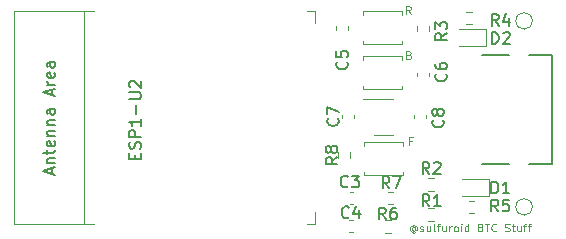
<source format=gbr>
G04 #@! TF.GenerationSoftware,KiCad,Pcbnew,(6.0.11)*
G04 #@! TF.CreationDate,2023-04-28T13:02:25+02:00*
G04 #@! TF.ProjectId,cyberticket,63796265-7274-4696-936b-65742e6b6963,rev?*
G04 #@! TF.SameCoordinates,Original*
G04 #@! TF.FileFunction,Legend,Top*
G04 #@! TF.FilePolarity,Positive*
%FSLAX46Y46*%
G04 Gerber Fmt 4.6, Leading zero omitted, Abs format (unit mm)*
G04 Created by KiCad (PCBNEW (6.0.11)) date 2023-04-28 13:02:25*
%MOMM*%
%LPD*%
G01*
G04 APERTURE LIST*
%ADD10C,0.100000*%
%ADD11C,0.150000*%
%ADD12C,0.120000*%
G04 APERTURE END LIST*
D10*
X122221142Y-54181857D02*
X122315428Y-54213285D01*
X122346857Y-54244714D01*
X122378285Y-54307571D01*
X122378285Y-54401857D01*
X122346857Y-54464714D01*
X122315428Y-54496142D01*
X122252571Y-54527571D01*
X122001142Y-54527571D01*
X122001142Y-53867571D01*
X122221142Y-53867571D01*
X122284000Y-53899000D01*
X122315428Y-53930428D01*
X122346857Y-53993285D01*
X122346857Y-54056142D01*
X122315428Y-54119000D01*
X122284000Y-54150428D01*
X122221142Y-54181857D01*
X122001142Y-54181857D01*
X122378285Y-50717571D02*
X122158285Y-50403285D01*
X122001142Y-50717571D02*
X122001142Y-50057571D01*
X122252571Y-50057571D01*
X122315428Y-50089000D01*
X122346857Y-50120428D01*
X122378285Y-50183285D01*
X122378285Y-50277571D01*
X122346857Y-50340428D01*
X122315428Y-50371857D01*
X122252571Y-50403285D01*
X122001142Y-50403285D01*
X122745285Y-68818285D02*
X122713857Y-68786857D01*
X122651000Y-68755428D01*
X122588142Y-68755428D01*
X122525285Y-68786857D01*
X122493857Y-68818285D01*
X122462428Y-68881142D01*
X122462428Y-68944000D01*
X122493857Y-69006857D01*
X122525285Y-69038285D01*
X122588142Y-69069714D01*
X122651000Y-69069714D01*
X122713857Y-69038285D01*
X122745285Y-69006857D01*
X122745285Y-68755428D02*
X122745285Y-69006857D01*
X122776714Y-69038285D01*
X122808142Y-69038285D01*
X122871000Y-69006857D01*
X122902428Y-68944000D01*
X122902428Y-68786857D01*
X122839571Y-68692571D01*
X122745285Y-68629714D01*
X122619571Y-68598285D01*
X122493857Y-68629714D01*
X122399571Y-68692571D01*
X122336714Y-68786857D01*
X122305285Y-68912571D01*
X122336714Y-69038285D01*
X122399571Y-69132571D01*
X122493857Y-69195428D01*
X122619571Y-69226857D01*
X122745285Y-69195428D01*
X122839571Y-69132571D01*
X123153857Y-69101142D02*
X123216714Y-69132571D01*
X123342428Y-69132571D01*
X123405285Y-69101142D01*
X123436714Y-69038285D01*
X123436714Y-69006857D01*
X123405285Y-68944000D01*
X123342428Y-68912571D01*
X123248142Y-68912571D01*
X123185285Y-68881142D01*
X123153857Y-68818285D01*
X123153857Y-68786857D01*
X123185285Y-68724000D01*
X123248142Y-68692571D01*
X123342428Y-68692571D01*
X123405285Y-68724000D01*
X124002428Y-68692571D02*
X124002428Y-69132571D01*
X123719571Y-68692571D02*
X123719571Y-69038285D01*
X123751000Y-69101142D01*
X123813857Y-69132571D01*
X123908142Y-69132571D01*
X123971000Y-69101142D01*
X124002428Y-69069714D01*
X124411000Y-69132571D02*
X124348142Y-69101142D01*
X124316714Y-69038285D01*
X124316714Y-68472571D01*
X124568142Y-68692571D02*
X124819571Y-68692571D01*
X124662428Y-69132571D02*
X124662428Y-68566857D01*
X124693857Y-68504000D01*
X124756714Y-68472571D01*
X124819571Y-68472571D01*
X125322428Y-68692571D02*
X125322428Y-69132571D01*
X125039571Y-68692571D02*
X125039571Y-69038285D01*
X125071000Y-69101142D01*
X125133857Y-69132571D01*
X125228142Y-69132571D01*
X125291000Y-69101142D01*
X125322428Y-69069714D01*
X125636714Y-69132571D02*
X125636714Y-68692571D01*
X125636714Y-68818285D02*
X125668142Y-68755428D01*
X125699571Y-68724000D01*
X125762428Y-68692571D01*
X125825285Y-68692571D01*
X126139571Y-69132571D02*
X126076714Y-69101142D01*
X126045285Y-69069714D01*
X126013857Y-69006857D01*
X126013857Y-68818285D01*
X126045285Y-68755428D01*
X126076714Y-68724000D01*
X126139571Y-68692571D01*
X126233857Y-68692571D01*
X126296714Y-68724000D01*
X126328142Y-68755428D01*
X126359571Y-68818285D01*
X126359571Y-69006857D01*
X126328142Y-69069714D01*
X126296714Y-69101142D01*
X126233857Y-69132571D01*
X126139571Y-69132571D01*
X126642428Y-69132571D02*
X126642428Y-68692571D01*
X126642428Y-68472571D02*
X126611000Y-68504000D01*
X126642428Y-68535428D01*
X126673857Y-68504000D01*
X126642428Y-68472571D01*
X126642428Y-68535428D01*
X127239571Y-69132571D02*
X127239571Y-68472571D01*
X127239571Y-69101142D02*
X127176714Y-69132571D01*
X127051000Y-69132571D01*
X126988142Y-69101142D01*
X126956714Y-69069714D01*
X126925285Y-69006857D01*
X126925285Y-68818285D01*
X126956714Y-68755428D01*
X126988142Y-68724000D01*
X127051000Y-68692571D01*
X127176714Y-68692571D01*
X127239571Y-68724000D01*
X128276714Y-68786857D02*
X128371000Y-68818285D01*
X128402428Y-68849714D01*
X128433857Y-68912571D01*
X128433857Y-69006857D01*
X128402428Y-69069714D01*
X128371000Y-69101142D01*
X128308142Y-69132571D01*
X128056714Y-69132571D01*
X128056714Y-68472571D01*
X128276714Y-68472571D01*
X128339571Y-68504000D01*
X128371000Y-68535428D01*
X128402428Y-68598285D01*
X128402428Y-68661142D01*
X128371000Y-68724000D01*
X128339571Y-68755428D01*
X128276714Y-68786857D01*
X128056714Y-68786857D01*
X128622428Y-68472571D02*
X128999571Y-68472571D01*
X128811000Y-69132571D02*
X128811000Y-68472571D01*
X129596714Y-69069714D02*
X129565285Y-69101142D01*
X129471000Y-69132571D01*
X129408142Y-69132571D01*
X129313857Y-69101142D01*
X129251000Y-69038285D01*
X129219571Y-68975428D01*
X129188142Y-68849714D01*
X129188142Y-68755428D01*
X129219571Y-68629714D01*
X129251000Y-68566857D01*
X129313857Y-68504000D01*
X129408142Y-68472571D01*
X129471000Y-68472571D01*
X129565285Y-68504000D01*
X129596714Y-68535428D01*
X130351000Y-69101142D02*
X130445285Y-69132571D01*
X130602428Y-69132571D01*
X130665285Y-69101142D01*
X130696714Y-69069714D01*
X130728142Y-69006857D01*
X130728142Y-68944000D01*
X130696714Y-68881142D01*
X130665285Y-68849714D01*
X130602428Y-68818285D01*
X130476714Y-68786857D01*
X130413857Y-68755428D01*
X130382428Y-68724000D01*
X130351000Y-68661142D01*
X130351000Y-68598285D01*
X130382428Y-68535428D01*
X130413857Y-68504000D01*
X130476714Y-68472571D01*
X130633857Y-68472571D01*
X130728142Y-68504000D01*
X130916714Y-68692571D02*
X131168142Y-68692571D01*
X131011000Y-68472571D02*
X131011000Y-69038285D01*
X131042428Y-69101142D01*
X131105285Y-69132571D01*
X131168142Y-69132571D01*
X131671000Y-68692571D02*
X131671000Y-69132571D01*
X131388142Y-68692571D02*
X131388142Y-69038285D01*
X131419571Y-69101142D01*
X131482428Y-69132571D01*
X131576714Y-69132571D01*
X131639571Y-69101142D01*
X131671000Y-69069714D01*
X131891000Y-68692571D02*
X132142428Y-68692571D01*
X131985285Y-69132571D02*
X131985285Y-68566857D01*
X132016714Y-68504000D01*
X132079571Y-68472571D01*
X132142428Y-68472571D01*
X132268142Y-68692571D02*
X132519571Y-68692571D01*
X132362428Y-69132571D02*
X132362428Y-68566857D01*
X132393857Y-68504000D01*
X132456714Y-68472571D01*
X132519571Y-68472571D01*
X122471485Y-61471657D02*
X122251485Y-61471657D01*
X122251485Y-61817371D02*
X122251485Y-61157371D01*
X122565771Y-61157371D01*
D11*
X125325093Y-55792681D02*
X125372712Y-55840300D01*
X125420331Y-55983157D01*
X125420331Y-56078395D01*
X125372712Y-56221253D01*
X125277474Y-56316491D01*
X125182236Y-56364110D01*
X124991760Y-56411729D01*
X124848903Y-56411729D01*
X124658427Y-56364110D01*
X124563189Y-56316491D01*
X124467951Y-56221253D01*
X124420331Y-56078395D01*
X124420331Y-55983157D01*
X124467951Y-55840300D01*
X124515570Y-55792681D01*
X124420331Y-54935538D02*
X124420331Y-55126015D01*
X124467951Y-55221253D01*
X124515570Y-55268872D01*
X124658427Y-55364110D01*
X124848903Y-55411729D01*
X125229855Y-55411729D01*
X125325093Y-55364110D01*
X125372712Y-55316491D01*
X125420331Y-55221253D01*
X125420331Y-55030776D01*
X125372712Y-54935538D01*
X125325093Y-54887919D01*
X125229855Y-54840300D01*
X124991760Y-54840300D01*
X124896522Y-54887919D01*
X124848903Y-54935538D01*
X124801284Y-55030776D01*
X124801284Y-55221253D01*
X124848903Y-55316491D01*
X124896522Y-55364110D01*
X124991760Y-55411729D01*
X123932733Y-64262995D02*
X123599400Y-63786805D01*
X123361304Y-64262995D02*
X123361304Y-63262995D01*
X123742257Y-63262995D01*
X123837495Y-63310615D01*
X123885114Y-63358234D01*
X123932733Y-63453472D01*
X123932733Y-63596329D01*
X123885114Y-63691567D01*
X123837495Y-63739186D01*
X123742257Y-63786805D01*
X123361304Y-63786805D01*
X124313685Y-63358234D02*
X124361304Y-63310615D01*
X124456542Y-63262995D01*
X124694638Y-63262995D01*
X124789876Y-63310615D01*
X124837495Y-63358234D01*
X124885114Y-63453472D01*
X124885114Y-63548710D01*
X124837495Y-63691567D01*
X124266066Y-64262995D01*
X124885114Y-64262995D01*
X129796384Y-51721495D02*
X129463051Y-51245305D01*
X129224955Y-51721495D02*
X129224955Y-50721495D01*
X129605908Y-50721495D01*
X129701146Y-50769115D01*
X129748765Y-50816734D01*
X129796384Y-50911972D01*
X129796384Y-51054829D01*
X129748765Y-51150067D01*
X129701146Y-51197686D01*
X129605908Y-51245305D01*
X129224955Y-51245305D01*
X130653527Y-51054829D02*
X130653527Y-51721495D01*
X130415431Y-50673876D02*
X130177336Y-51388162D01*
X130796384Y-51388162D01*
X123932733Y-67000380D02*
X123599400Y-66524190D01*
X123361304Y-67000380D02*
X123361304Y-66000380D01*
X123742257Y-66000380D01*
X123837495Y-66048000D01*
X123885114Y-66095619D01*
X123932733Y-66190857D01*
X123932733Y-66333714D01*
X123885114Y-66428952D01*
X123837495Y-66476571D01*
X123742257Y-66524190D01*
X123361304Y-66524190D01*
X124885114Y-67000380D02*
X124313685Y-67000380D01*
X124599400Y-67000380D02*
X124599400Y-66000380D01*
X124504161Y-66143238D01*
X124408923Y-66238476D01*
X124313685Y-66286095D01*
X116943093Y-54776681D02*
X116990712Y-54824300D01*
X117038331Y-54967157D01*
X117038331Y-55062395D01*
X116990712Y-55205253D01*
X116895474Y-55300491D01*
X116800236Y-55348110D01*
X116609760Y-55395729D01*
X116466903Y-55395729D01*
X116276427Y-55348110D01*
X116181189Y-55300491D01*
X116085951Y-55205253D01*
X116038331Y-55062395D01*
X116038331Y-54967157D01*
X116085951Y-54824300D01*
X116133570Y-54776681D01*
X116038331Y-53871919D02*
X116038331Y-54348110D01*
X116514522Y-54395729D01*
X116466903Y-54348110D01*
X116419284Y-54252872D01*
X116419284Y-54014776D01*
X116466903Y-53919538D01*
X116514522Y-53871919D01*
X116609760Y-53824300D01*
X116847855Y-53824300D01*
X116943093Y-53871919D01*
X116990712Y-53919538D01*
X117038331Y-54014776D01*
X117038331Y-54252872D01*
X116990712Y-54348110D01*
X116943093Y-54395729D01*
X129186455Y-65913995D02*
X129186455Y-64913995D01*
X129424551Y-64913995D01*
X129567408Y-64961615D01*
X129662646Y-65056853D01*
X129710265Y-65152091D01*
X129757884Y-65342567D01*
X129757884Y-65485424D01*
X129710265Y-65675900D01*
X129662646Y-65771138D01*
X129567408Y-65866376D01*
X129424551Y-65913995D01*
X129186455Y-65913995D01*
X130710265Y-65913995D02*
X130138836Y-65913995D01*
X130424551Y-65913995D02*
X130424551Y-64913995D01*
X130329312Y-65056853D01*
X130234074Y-65152091D01*
X130138836Y-65199710D01*
X98988522Y-62975729D02*
X98988522Y-62642395D01*
X99512331Y-62499538D02*
X99512331Y-62975729D01*
X98512331Y-62975729D01*
X98512331Y-62499538D01*
X99464712Y-62118586D02*
X99512331Y-61975729D01*
X99512331Y-61737634D01*
X99464712Y-61642395D01*
X99417093Y-61594776D01*
X99321855Y-61547157D01*
X99226617Y-61547157D01*
X99131379Y-61594776D01*
X99083760Y-61642395D01*
X99036141Y-61737634D01*
X98988522Y-61928110D01*
X98940903Y-62023348D01*
X98893284Y-62070967D01*
X98798046Y-62118586D01*
X98702808Y-62118586D01*
X98607570Y-62070967D01*
X98559951Y-62023348D01*
X98512331Y-61928110D01*
X98512331Y-61690015D01*
X98559951Y-61547157D01*
X99512331Y-61118586D02*
X98512331Y-61118586D01*
X98512331Y-60737634D01*
X98559951Y-60642395D01*
X98607570Y-60594776D01*
X98702808Y-60547157D01*
X98845665Y-60547157D01*
X98940903Y-60594776D01*
X98988522Y-60642395D01*
X99036141Y-60737634D01*
X99036141Y-61118586D01*
X99512331Y-59594776D02*
X99512331Y-60166205D01*
X99512331Y-59880491D02*
X98512331Y-59880491D01*
X98655189Y-59975729D01*
X98750427Y-60070967D01*
X98798046Y-60166205D01*
X99131379Y-59166205D02*
X99131379Y-58404300D01*
X98512331Y-57928110D02*
X99321855Y-57928110D01*
X99417093Y-57880491D01*
X99464712Y-57832872D01*
X99512331Y-57737634D01*
X99512331Y-57547157D01*
X99464712Y-57451919D01*
X99417093Y-57404300D01*
X99321855Y-57356681D01*
X98512331Y-57356681D01*
X98607570Y-56928110D02*
X98559951Y-56880491D01*
X98512331Y-56785253D01*
X98512331Y-56547157D01*
X98559951Y-56451919D01*
X98607570Y-56404300D01*
X98702808Y-56356681D01*
X98798046Y-56356681D01*
X98940903Y-56404300D01*
X99512331Y-56975729D01*
X99512331Y-56356681D01*
X91953066Y-64268304D02*
X91953066Y-63792114D01*
X92238780Y-64363542D02*
X91238780Y-64030209D01*
X92238780Y-63696876D01*
X91572114Y-63363542D02*
X92238780Y-63363542D01*
X91667352Y-63363542D02*
X91619733Y-63315923D01*
X91572114Y-63220685D01*
X91572114Y-63077828D01*
X91619733Y-62982590D01*
X91714971Y-62934971D01*
X92238780Y-62934971D01*
X91572114Y-62601638D02*
X91572114Y-62220685D01*
X91238780Y-62458780D02*
X92095923Y-62458780D01*
X92191161Y-62411161D01*
X92238780Y-62315923D01*
X92238780Y-62220685D01*
X92191161Y-61506400D02*
X92238780Y-61601638D01*
X92238780Y-61792114D01*
X92191161Y-61887352D01*
X92095923Y-61934971D01*
X91714971Y-61934971D01*
X91619733Y-61887352D01*
X91572114Y-61792114D01*
X91572114Y-61601638D01*
X91619733Y-61506400D01*
X91714971Y-61458780D01*
X91810209Y-61458780D01*
X91905447Y-61934971D01*
X91572114Y-61030209D02*
X92238780Y-61030209D01*
X91667352Y-61030209D02*
X91619733Y-60982590D01*
X91572114Y-60887352D01*
X91572114Y-60744495D01*
X91619733Y-60649257D01*
X91714971Y-60601638D01*
X92238780Y-60601638D01*
X91572114Y-60125447D02*
X92238780Y-60125447D01*
X91667352Y-60125447D02*
X91619733Y-60077828D01*
X91572114Y-59982590D01*
X91572114Y-59839733D01*
X91619733Y-59744495D01*
X91714971Y-59696876D01*
X92238780Y-59696876D01*
X92238780Y-58792114D02*
X91714971Y-58792114D01*
X91619733Y-58839733D01*
X91572114Y-58934971D01*
X91572114Y-59125447D01*
X91619733Y-59220685D01*
X92191161Y-58792114D02*
X92238780Y-58887352D01*
X92238780Y-59125447D01*
X92191161Y-59220685D01*
X92095923Y-59268304D01*
X92000685Y-59268304D01*
X91905447Y-59220685D01*
X91857828Y-59125447D01*
X91857828Y-58887352D01*
X91810209Y-58792114D01*
X91953066Y-57601638D02*
X91953066Y-57125447D01*
X92238780Y-57696876D02*
X91238780Y-57363542D01*
X92238780Y-57030209D01*
X92238780Y-56696876D02*
X91572114Y-56696876D01*
X91762590Y-56696876D02*
X91667352Y-56649257D01*
X91619733Y-56601638D01*
X91572114Y-56506400D01*
X91572114Y-56411161D01*
X92191161Y-55696876D02*
X92238780Y-55792114D01*
X92238780Y-55982590D01*
X92191161Y-56077828D01*
X92095923Y-56125447D01*
X91714971Y-56125447D01*
X91619733Y-56077828D01*
X91572114Y-55982590D01*
X91572114Y-55792114D01*
X91619733Y-55696876D01*
X91714971Y-55649257D01*
X91810209Y-55649257D01*
X91905447Y-56125447D01*
X92238780Y-54792114D02*
X91714971Y-54792114D01*
X91619733Y-54839733D01*
X91572114Y-54934971D01*
X91572114Y-55125447D01*
X91619733Y-55220685D01*
X92191161Y-54792114D02*
X92238780Y-54887352D01*
X92238780Y-55125447D01*
X92191161Y-55220685D01*
X92095923Y-55268304D01*
X92000685Y-55268304D01*
X91905447Y-55220685D01*
X91857828Y-55125447D01*
X91857828Y-54887352D01*
X91810209Y-54792114D01*
X120546333Y-65476380D02*
X120213000Y-65000190D01*
X119974904Y-65476380D02*
X119974904Y-64476380D01*
X120355857Y-64476380D01*
X120451095Y-64524000D01*
X120498714Y-64571619D01*
X120546333Y-64666857D01*
X120546333Y-64809714D01*
X120498714Y-64904952D01*
X120451095Y-64952571D01*
X120355857Y-65000190D01*
X119974904Y-65000190D01*
X120879666Y-64476380D02*
X121546333Y-64476380D01*
X121117761Y-65476380D01*
X129224955Y-53245495D02*
X129224955Y-52245495D01*
X129463051Y-52245495D01*
X129605908Y-52293115D01*
X129701146Y-52388353D01*
X129748765Y-52483591D01*
X129796384Y-52674067D01*
X129796384Y-52816924D01*
X129748765Y-53007400D01*
X129701146Y-53102638D01*
X129605908Y-53197876D01*
X129463051Y-53245495D01*
X129224955Y-53245495D01*
X130177336Y-52340734D02*
X130224955Y-52293115D01*
X130320193Y-52245495D01*
X130558289Y-52245495D01*
X130653527Y-52293115D01*
X130701146Y-52340734D01*
X130748765Y-52435972D01*
X130748765Y-52531210D01*
X130701146Y-52674067D01*
X130129717Y-53245495D01*
X130748765Y-53245495D01*
X117126733Y-67921142D02*
X117079114Y-67968761D01*
X116936257Y-68016380D01*
X116841019Y-68016380D01*
X116698161Y-67968761D01*
X116602923Y-67873523D01*
X116555304Y-67778285D01*
X116507685Y-67587809D01*
X116507685Y-67444952D01*
X116555304Y-67254476D01*
X116602923Y-67159238D01*
X116698161Y-67064000D01*
X116841019Y-67016380D01*
X116936257Y-67016380D01*
X117079114Y-67064000D01*
X117126733Y-67111619D01*
X117983876Y-67349714D02*
X117983876Y-68016380D01*
X117745780Y-66968761D02*
X117507685Y-67683047D01*
X118126733Y-67683047D01*
X117036153Y-65310757D02*
X116988534Y-65358376D01*
X116845677Y-65405995D01*
X116750439Y-65405995D01*
X116607581Y-65358376D01*
X116512343Y-65263138D01*
X116464724Y-65167900D01*
X116417105Y-64977424D01*
X116417105Y-64834567D01*
X116464724Y-64644091D01*
X116512343Y-64548853D01*
X116607581Y-64453615D01*
X116750439Y-64405995D01*
X116845677Y-64405995D01*
X116988534Y-64453615D01*
X117036153Y-64501234D01*
X117369486Y-64405995D02*
X117988534Y-64405995D01*
X117655200Y-64786948D01*
X117798058Y-64786948D01*
X117893296Y-64834567D01*
X117940915Y-64882186D01*
X117988534Y-64977424D01*
X117988534Y-65215519D01*
X117940915Y-65310757D01*
X117893296Y-65358376D01*
X117798058Y-65405995D01*
X117512343Y-65405995D01*
X117417105Y-65358376D01*
X117369486Y-65310757D01*
X125071093Y-59699646D02*
X125118712Y-59747265D01*
X125166331Y-59890122D01*
X125166331Y-59985360D01*
X125118712Y-60128218D01*
X125023474Y-60223456D01*
X124928236Y-60271075D01*
X124737760Y-60318694D01*
X124594903Y-60318694D01*
X124404427Y-60271075D01*
X124309189Y-60223456D01*
X124213951Y-60128218D01*
X124166331Y-59985360D01*
X124166331Y-59890122D01*
X124213951Y-59747265D01*
X124261570Y-59699646D01*
X124594903Y-59128218D02*
X124547284Y-59223456D01*
X124499665Y-59271075D01*
X124404427Y-59318694D01*
X124356808Y-59318694D01*
X124261570Y-59271075D01*
X124213951Y-59223456D01*
X124166331Y-59128218D01*
X124166331Y-58937741D01*
X124213951Y-58842503D01*
X124261570Y-58794884D01*
X124356808Y-58747265D01*
X124404427Y-58747265D01*
X124499665Y-58794884D01*
X124547284Y-58842503D01*
X124594903Y-58937741D01*
X124594903Y-59128218D01*
X124642522Y-59223456D01*
X124690141Y-59271075D01*
X124785379Y-59318694D01*
X124975855Y-59318694D01*
X125071093Y-59271075D01*
X125118712Y-59223456D01*
X125166331Y-59128218D01*
X125166331Y-58937741D01*
X125118712Y-58842503D01*
X125071093Y-58794884D01*
X124975855Y-58747265D01*
X124785379Y-58747265D01*
X124690141Y-58794884D01*
X124642522Y-58842503D01*
X124594903Y-58937741D01*
X116181093Y-59559066D02*
X116228712Y-59606685D01*
X116276331Y-59749542D01*
X116276331Y-59844780D01*
X116228712Y-59987638D01*
X116133474Y-60082876D01*
X116038236Y-60130495D01*
X115847760Y-60178114D01*
X115704903Y-60178114D01*
X115514427Y-60130495D01*
X115419189Y-60082876D01*
X115323951Y-59987638D01*
X115276331Y-59844780D01*
X115276331Y-59749542D01*
X115323951Y-59606685D01*
X115371570Y-59559066D01*
X115276331Y-59225733D02*
X115276331Y-58559066D01*
X116276331Y-58987638D01*
X129757884Y-67437995D02*
X129424551Y-66961805D01*
X129186455Y-67437995D02*
X129186455Y-66437995D01*
X129567408Y-66437995D01*
X129662646Y-66485615D01*
X129710265Y-66533234D01*
X129757884Y-66628472D01*
X129757884Y-66771329D01*
X129710265Y-66866567D01*
X129662646Y-66914186D01*
X129567408Y-66961805D01*
X129186455Y-66961805D01*
X130662646Y-66437995D02*
X130186455Y-66437995D01*
X130138836Y-66914186D01*
X130186455Y-66866567D01*
X130281693Y-66818948D01*
X130519789Y-66818948D01*
X130615027Y-66866567D01*
X130662646Y-66914186D01*
X130710265Y-67009424D01*
X130710265Y-67247519D01*
X130662646Y-67342757D01*
X130615027Y-67390376D01*
X130519789Y-67437995D01*
X130281693Y-67437995D01*
X130186455Y-67390376D01*
X130138836Y-67342757D01*
X120229333Y-68110380D02*
X119896000Y-67634190D01*
X119657904Y-68110380D02*
X119657904Y-67110380D01*
X120038857Y-67110380D01*
X120134095Y-67158000D01*
X120181714Y-67205619D01*
X120229333Y-67300857D01*
X120229333Y-67443714D01*
X120181714Y-67538952D01*
X120134095Y-67586571D01*
X120038857Y-67634190D01*
X119657904Y-67634190D01*
X121086476Y-67110380D02*
X120896000Y-67110380D01*
X120800761Y-67158000D01*
X120753142Y-67205619D01*
X120657904Y-67348476D01*
X120610285Y-67538952D01*
X120610285Y-67919904D01*
X120657904Y-68015142D01*
X120705523Y-68062761D01*
X120800761Y-68110380D01*
X120991238Y-68110380D01*
X121086476Y-68062761D01*
X121134095Y-68015142D01*
X121181714Y-67919904D01*
X121181714Y-67681809D01*
X121134095Y-67586571D01*
X121086476Y-67538952D01*
X120991238Y-67491333D01*
X120800761Y-67491333D01*
X120705523Y-67538952D01*
X120657904Y-67586571D01*
X120610285Y-67681809D01*
X116149380Y-62840666D02*
X115673190Y-63174000D01*
X116149380Y-63412095D02*
X115149380Y-63412095D01*
X115149380Y-63031142D01*
X115197000Y-62935904D01*
X115244619Y-62888285D01*
X115339857Y-62840666D01*
X115482714Y-62840666D01*
X115577952Y-62888285D01*
X115625571Y-62935904D01*
X115673190Y-63031142D01*
X115673190Y-63412095D01*
X115577952Y-62269238D02*
X115530333Y-62364476D01*
X115482714Y-62412095D01*
X115387476Y-62459714D01*
X115339857Y-62459714D01*
X115244619Y-62412095D01*
X115197000Y-62364476D01*
X115149380Y-62269238D01*
X115149380Y-62078761D01*
X115197000Y-61983523D01*
X115244619Y-61935904D01*
X115339857Y-61888285D01*
X115387476Y-61888285D01*
X115482714Y-61935904D01*
X115530333Y-61983523D01*
X115577952Y-62078761D01*
X115577952Y-62269238D01*
X115625571Y-62364476D01*
X115673190Y-62412095D01*
X115768428Y-62459714D01*
X115958904Y-62459714D01*
X116054142Y-62412095D01*
X116101761Y-62364476D01*
X116149380Y-62269238D01*
X116149380Y-62078761D01*
X116101761Y-61983523D01*
X116054142Y-61935904D01*
X115958904Y-61888285D01*
X115768428Y-61888285D01*
X115673190Y-61935904D01*
X115625571Y-61983523D01*
X115577952Y-62078761D01*
X125420331Y-52353324D02*
X124944141Y-52686658D01*
X125420331Y-52924753D02*
X124420331Y-52924753D01*
X124420331Y-52543800D01*
X124467951Y-52448562D01*
X124515570Y-52400943D01*
X124610808Y-52353324D01*
X124753665Y-52353324D01*
X124848903Y-52400943D01*
X124896522Y-52448562D01*
X124944141Y-52543800D01*
X124944141Y-52924753D01*
X124420331Y-52019991D02*
X124420331Y-51400943D01*
X124801284Y-51734277D01*
X124801284Y-51591419D01*
X124848903Y-51496181D01*
X124896522Y-51448562D01*
X124991760Y-51400943D01*
X125229855Y-51400943D01*
X125325093Y-51448562D01*
X125372712Y-51496181D01*
X125420331Y-51591419D01*
X125420331Y-51877134D01*
X125372712Y-51972372D01*
X125325093Y-52019991D01*
D12*
X118443000Y-61892000D02*
X118443000Y-61592000D01*
X118443000Y-64392000D02*
X121743000Y-64392000D01*
X118443000Y-64092000D02*
X118443000Y-64392000D01*
X121743000Y-61592000D02*
X121743000Y-61892000D01*
X118443000Y-61592000D02*
X121743000Y-61592000D01*
X121743000Y-64392000D02*
X121743000Y-64092000D01*
X132653000Y-67056000D02*
G75*
G03*
X132653000Y-67056000I-700000J0D01*
G01*
X123886400Y-55963980D02*
X123886400Y-55682820D01*
X122866400Y-55963980D02*
X122866400Y-55682820D01*
X124336658Y-65673500D02*
X123862142Y-65673500D01*
X124336658Y-64628500D02*
X123862142Y-64628500D01*
X127055242Y-50563000D02*
X127529758Y-50563000D01*
X127055242Y-51608000D02*
X127529758Y-51608000D01*
X124336658Y-68213500D02*
X123862142Y-68213500D01*
X124336658Y-67168500D02*
X123862142Y-67168500D01*
X116008400Y-52039980D02*
X116008400Y-51758820D01*
X117028400Y-52039980D02*
X117028400Y-51758820D01*
X128954500Y-64670000D02*
X126669500Y-64670000D01*
X128954500Y-66140000D02*
X128954500Y-64670000D01*
X126669500Y-66140000D02*
X128954500Y-66140000D01*
X132653000Y-51308000D02*
G75*
G03*
X132653000Y-51308000I-700000J0D01*
G01*
X120079900Y-57880400D02*
X120879900Y-57880400D01*
X120079900Y-57880400D02*
X118279900Y-57880400D01*
X120079900Y-61000400D02*
X119279900Y-61000400D01*
X120079900Y-61000400D02*
X120879900Y-61000400D01*
X88786400Y-68506400D02*
X95536400Y-68506400D01*
X114286400Y-50506400D02*
X114286400Y-51506400D01*
X113536400Y-50506400D02*
X114286400Y-50506400D01*
X88786400Y-68506400D02*
X88786400Y-50506400D01*
X113536400Y-68506400D02*
X114286400Y-68506400D01*
X88786400Y-50506400D02*
X95536400Y-50506400D01*
X94726400Y-50506400D02*
X94726400Y-68506400D01*
X114286400Y-68506400D02*
X114286400Y-67506400D01*
X120412742Y-66816500D02*
X120887258Y-66816500D01*
X120412742Y-65771500D02*
X120887258Y-65771500D01*
X121646400Y-57096400D02*
X118346400Y-57096400D01*
X121646400Y-54296400D02*
X118346400Y-54296400D01*
X118346400Y-54296400D02*
X118346400Y-54596400D01*
X121646400Y-56796400D02*
X121646400Y-57096400D01*
X118346400Y-57096400D02*
X118346400Y-56796400D01*
X121646400Y-54596400D02*
X121646400Y-54296400D01*
X128739000Y-52001500D02*
X126454000Y-52001500D01*
X126454000Y-53471500D02*
X128739000Y-53471500D01*
X128739000Y-53471500D02*
X128739000Y-52001500D01*
X117433980Y-69160400D02*
X117152820Y-69160400D01*
X117433980Y-68140400D02*
X117152820Y-68140400D01*
D11*
X134296000Y-63401000D02*
X132346000Y-63401000D01*
X134296000Y-54201000D02*
X132346000Y-54201000D01*
X134296000Y-54201000D02*
X134296000Y-63401000D01*
X130696000Y-63401000D02*
X128396000Y-63401000D01*
X130696000Y-54201000D02*
X128396000Y-54201000D01*
D12*
X117483980Y-66804000D02*
X117202820Y-66804000D01*
X117483980Y-65784000D02*
X117202820Y-65784000D01*
X123632400Y-59532980D02*
X123632400Y-59251820D01*
X122612400Y-59532980D02*
X122612400Y-59251820D01*
X116516400Y-59532980D02*
X116516400Y-59251820D01*
X117536400Y-59532980D02*
X117536400Y-59251820D01*
X121646400Y-50486400D02*
X121646400Y-50786400D01*
X118346400Y-50786400D02*
X118346400Y-50486400D01*
X121646400Y-53286400D02*
X121646400Y-52986400D01*
X118346400Y-53286400D02*
X121646400Y-53286400D01*
X118346400Y-52986400D02*
X118346400Y-53286400D01*
X118346400Y-50486400D02*
X121646400Y-50486400D01*
X127270742Y-66533500D02*
X127745258Y-66533500D01*
X127270742Y-67578500D02*
X127745258Y-67578500D01*
X120696258Y-68184500D02*
X120221742Y-68184500D01*
X120696258Y-69229500D02*
X120221742Y-69229500D01*
X116190500Y-62911258D02*
X116190500Y-62436742D01*
X117235500Y-62911258D02*
X117235500Y-62436742D01*
X122853900Y-52186658D02*
X122853900Y-51712142D01*
X123898900Y-52186658D02*
X123898900Y-51712142D01*
M02*

</source>
